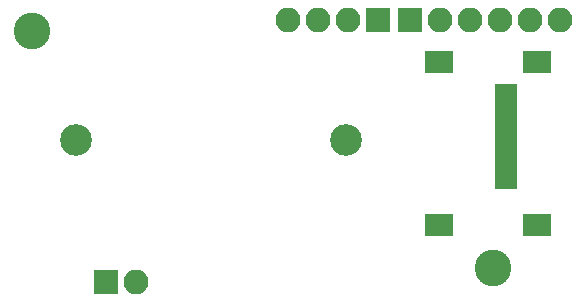
<source format=gbr>
G04 #@! TF.GenerationSoftware,KiCad,Pcbnew,(5.0.0)*
G04 #@! TF.CreationDate,2019-02-27T16:54:38+00:00*
G04 #@! TF.ProjectId,rain,7261696E2E6B696361645F7063620000,rev?*
G04 #@! TF.SameCoordinates,Original*
G04 #@! TF.FileFunction,Soldermask,Bot*
G04 #@! TF.FilePolarity,Negative*
%FSLAX46Y46*%
G04 Gerber Fmt 4.6, Leading zero omitted, Abs format (unit mm)*
G04 Created by KiCad (PCBNEW (5.0.0)) date 02/27/19 16:54:38*
%MOMM*%
%LPD*%
G01*
G04 APERTURE LIST*
%ADD10C,3.100000*%
%ADD11C,2.690000*%
%ADD12R,2.100000X2.100000*%
%ADD13O,2.100000X2.100000*%
%ADD14R,2.400000X1.850000*%
%ADD15R,1.900000X1.200000*%
G04 APERTURE END LIST*
D10*
G04 #@! TO.C,REF\002A\002A*
X138000000Y-99000000D03*
G04 #@! TD*
D11*
G04 #@! TO.C,BT1*
X125600000Y-88200000D03*
X102740000Y-88200000D03*
G04 #@! TD*
D12*
G04 #@! TO.C,J1*
X131000000Y-78000000D03*
D13*
X133540000Y-78000000D03*
X136080000Y-78000000D03*
X138620000Y-78000000D03*
X141160000Y-78000000D03*
X143700000Y-78000000D03*
G04 #@! TD*
D14*
G04 #@! TO.C,J2*
X141750000Y-81625000D03*
X133450000Y-81625000D03*
X141750000Y-95375000D03*
X133450000Y-95375000D03*
D15*
X139150000Y-84075000D03*
X139150000Y-85175000D03*
X139150000Y-86275000D03*
X139150000Y-87375000D03*
X139150000Y-88475000D03*
X139150000Y-89575000D03*
X139150000Y-90675000D03*
X139150000Y-91775000D03*
G04 #@! TD*
D12*
G04 #@! TO.C,J3*
X128250000Y-78000000D03*
D13*
X125710000Y-78000000D03*
X123170000Y-78000000D03*
X120630000Y-78000000D03*
G04 #@! TD*
G04 #@! TO.C,REF\002A\002A*
X107790000Y-100250000D03*
D12*
X105250000Y-100250000D03*
G04 #@! TD*
D10*
G04 #@! TO.C,REF\002A\002A*
X99000000Y-79000000D03*
G04 #@! TD*
M02*

</source>
